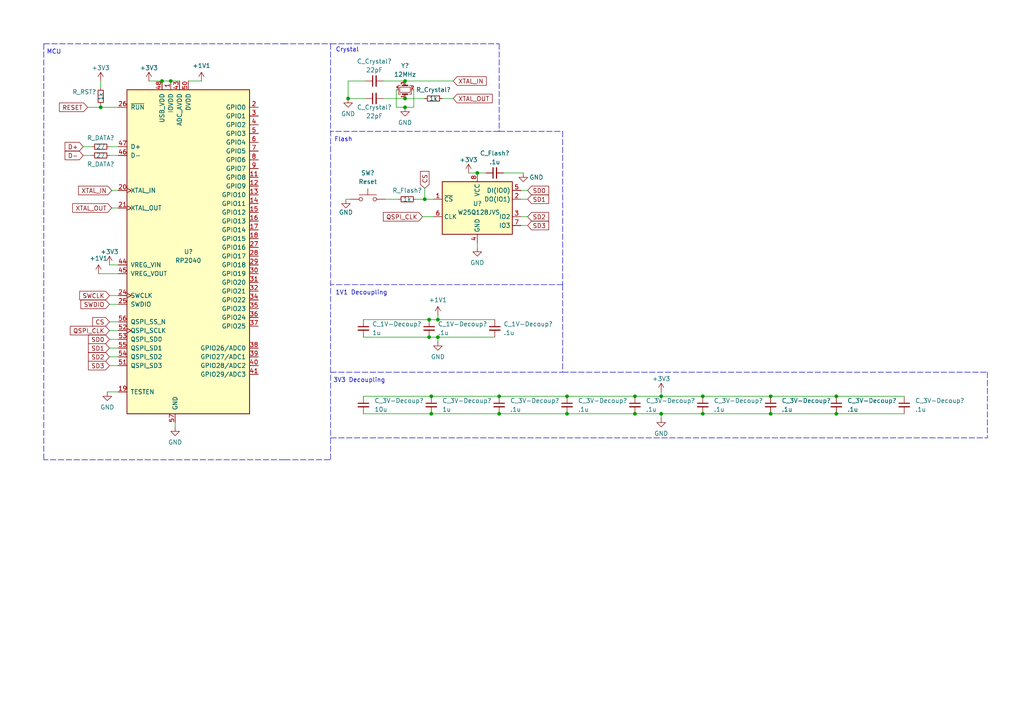
<source format=kicad_sch>
(kicad_sch (version 20211123) (generator eeschema)
  (paper "A4")
  (lib_symbols
    (symbol "Device:C_Small" (pin_numbers hide) (pin_names (offset 0.254) hide)
      (property "Reference" "C" (at 0.254 1.778 0))
      (property "Value" "C_Small" (at 0.254 -2.032 0))
      (symbol "C_Small_0_1"
        (polyline (pts (xy -1.524 -0.508) (xy 1.524 -0.508)) (stroke (width 0.3302)))
        (polyline (pts (xy -1.524 0.508) (xy 1.524 0.508)) (stroke (width 0.3048)))
      )
      (symbol "C_Small_1_1"
        (pin passive line (at 0 2.54 270) (length 2.032) (name "~") (number "1"))
        (pin passive line (at 0 -2.54 90) (length 2.032) (name "~") (number "2"))
      )
    )
    (symbol "Device:Crystal_GND24_Small" (pin_names (offset 1.016) hide)
      (property "Reference" "Y" (at 1.27 4.445 0))
      (property "Value" "Crystal_GND24_Small" (at 1.27 2.54 0))
      (symbol "Crystal_GND24_Small_0_1"
        (rectangle (start -0.762 -1.524) (end 0.762 1.524))
        (polyline (pts (xy -1.27 -0.762) (xy -1.27 0.762)) (stroke (width 0.381)))
        (polyline (pts (xy 1.27 -0.762) (xy 1.27 0.762)) (stroke (width 0.381)))
        (polyline (pts (xy -1.27 -1.27) (xy -1.27 -1.905) (xy 1.27 -1.905) (xy 1.27 -1.27)))
        (polyline (pts (xy -1.27 1.27) (xy -1.27 1.905) (xy 1.27 1.905) (xy 1.27 1.27)))
      )
      (symbol "Crystal_GND24_Small_1_1"
        (pin passive line (at -2.54 0 0) (length 1.27) (name "1") (number "1"))
        (pin passive line (at 0 -2.54 90) (length 0.635) (name "2") (number "2"))
        (pin passive line (at 2.54 0 180) (length 1.27) (name "3") (number "3"))
        (pin passive line (at 0 2.54 270) (length 0.635) (name "4") (number "4"))
      )
    )
    (symbol "Device:R_Small" (pin_numbers hide) (pin_names (offset 0.254) hide)
      (property "Reference" "R" (at 0.762 0.508 0))
      (property "Value" "R_Small" (at 0.762 -1.016 0))
      (symbol "R_Small_0_1"
        (rectangle (start -0.762 1.778) (end 0.762 -1.778) (stroke (width 0.2032)))
      )
      (symbol "R_Small_1_1"
        (pin passive line (at 0 2.54 270) (length 0.762) (name "~") (number "1"))
        (pin passive line (at 0 -2.54 90) (length 0.762) (name "~") (number "2"))
      )
    )
    (symbol "Memory_Flash:W25Q128JVS"
      (property "Reference" "U" (at -8.89 8.89 0))
      (property "Value" "W25Q128JVS" (at 7.62 8.89 0))
      (symbol "W25Q128JVS_0_1"
        (rectangle (start -10.16 7.62) (end 10.16 -7.62) (stroke (width 0.254)) (fill (type background)))
      )
      (symbol "W25Q128JVS_1_1"
        (pin input line (at -12.7 2.54 0) (length 2.54) (name "~{CS}") (number "1"))
        (pin bidirectional line (at 12.7 2.54 180) (length 2.54) (name "DO(IO1)") (number "2"))
        (pin bidirectional line (at 12.7 -2.54 180) (length 2.54) (name "IO2") (number "3"))
        (pin power_in line (at 0 -10.16 90) (length 2.54) (name "GND") (number "4"))
        (pin bidirectional line (at 12.7 5.08 180) (length 2.54) (name "DI(IO0)") (number "5"))
        (pin input line (at -12.7 -2.54 0) (length 2.54) (name "CLK") (number "6"))
        (pin bidirectional line (at 12.7 -5.08 180) (length 2.54) (name "IO3") (number "7"))
        (pin power_in line (at 0 10.16 270) (length 2.54) (name "VCC") (number "8"))
      )
    )
    (symbol "Switch:SW_Push" (pin_numbers hide) (pin_names (offset 1.016) hide)
      (property "Reference" "SW" (at 1.27 2.54 0))
      (property "Value" "SW_Push" (at 0 -1.524 0))
      (symbol "SW_Push_0_1"
        (circle (center -2.032 0) (radius 0.508))
        (polyline (pts (xy 0 1.27) (xy 0 3.048)))
        (polyline (pts (xy 2.54 1.27) (xy -2.54 1.27)))
        (circle (center 2.032 0) (radius 0.508))
        (pin passive line (at -5.08 0 0) (length 2.54) (name "1") (number "1"))
        (pin passive line (at 5.08 0 180) (length 2.54) (name "2") (number "2"))
      )
    )
    (symbol "cipulot_parts:RP2040" (pin_names (offset 1.016))
      (property "Reference" "U" (at 8.89 51.435 0))
      (property "Value" "RP2040" (at 8.89 48.895 0))
      (symbol "RP2040_0_0"
        (rectangle (start -17.78 -45.72) (end 17.78 48.26) (stroke (width 0.254)) (fill (type background)))
      )
      (symbol "RP2040_1_1"
        (pin power_in line (at -5.08 50.8 270) (length 2.54) (name "IOVDD") (number "1"))
        (pin power_in line (at -5.08 50.8 270) (length 2.54) hide (name "IOVDD") (number "10"))
        (pin input line (at 20.32 22.86 180) (length 2.54) (name "GPIO8") (number "11"))
        (pin input line (at 20.32 20.32 180) (length 2.54) (name "GPIO9") (number "12"))
        (pin input line (at 20.32 17.78 180) (length 2.54) (name "GPIO10") (number "13"))
        (pin input line (at 20.32 15.24 180) (length 2.54) (name "GPIO11") (number "14"))
        (pin input line (at 20.32 12.7 180) (length 2.54) (name "GPIO12") (number "15"))
        (pin input line (at 20.32 10.16 180) (length 2.54) (name "GPIO13") (number "16"))
        (pin input line (at 20.32 7.62 180) (length 2.54) (name "GPIO14") (number "17"))
        (pin input line (at 20.32 5.08 180) (length 2.54) (name "GPIO15") (number "18"))
        (pin input line (at -20.32 -39.37 0) (length 2.54) (name "TESTEN") (number "19"))
        (pin input line (at 20.32 43.18 180) (length 2.54) (name "GPIO0") (number "2"))
        (pin input clock (at -20.32 19.05 0) (length 2.54) (name "XTAL_IN") (number "20"))
        (pin input clock (at -20.32 13.97 0) (length 2.54) (name "XTAL_OUT") (number "21"))
        (pin power_in line (at -5.08 50.8 270) (length 2.54) hide (name "IOVDD") (number "22"))
        (pin power_in line (at 0 50.8 270) (length 2.54) hide (name "DVDD") (number "23"))
        (pin input clock (at -20.32 -11.43 0) (length 2.54) (name "SWCLK") (number "24"))
        (pin bidirectional line (at -20.32 -13.97 0) (length 2.54) (name "SWDIO") (number "25"))
        (pin input line (at -20.32 43.18 0) (length 2.54) (name "~{RUN}") (number "26"))
        (pin input line (at 20.32 2.54 180) (length 2.54) (name "GPIO16") (number "27"))
        (pin input line (at 20.32 0 180) (length 2.54) (name "GPIO17") (number "28"))
        (pin input line (at 20.32 -2.54 180) (length 2.54) (name "GPIO18") (number "29"))
        (pin input line (at 20.32 40.64 180) (length 2.54) (name "GPIO1") (number "3"))
        (pin input line (at 20.32 -5.08 180) (length 2.54) (name "GPIO19") (number "30"))
        (pin input line (at 20.32 -7.62 180) (length 2.54) (name "GPIO20") (number "31"))
        (pin input line (at 20.32 -10.16 180) (length 2.54) (name "GPIO21") (number "32"))
        (pin power_in line (at -5.08 50.8 270) (length 2.54) hide (name "IOVDD") (number "33"))
        (pin input line (at 20.32 -12.7 180) (length 2.54) (name "GPIO22") (number "34"))
        (pin input line (at 20.32 -15.24 180) (length 2.54) (name "GPIO23") (number "35"))
        (pin input line (at 20.32 -17.78 180) (length 2.54) (name "GPIO24") (number "36"))
        (pin input line (at 20.32 -20.32 180) (length 2.54) (name "GPIO25") (number "37"))
        (pin input line (at 20.32 -26.67 180) (length 2.54) (name "GPIO26/ADC0") (number "38"))
        (pin input line (at 20.32 -29.21 180) (length 2.54) (name "GPIO27/ADC1") (number "39"))
        (pin input line (at 20.32 38.1 180) (length 2.54) (name "GPIO2") (number "4"))
        (pin input line (at 20.32 -31.75 180) (length 2.54) (name "GPIO28/ADC2") (number "40"))
        (pin input line (at 20.32 -34.29 180) (length 2.54) (name "GPIO29/ADC3") (number "41"))
        (pin power_in line (at -5.08 50.8 270) (length 2.54) hide (name "IOVDD") (number "42"))
        (pin power_in line (at -2.54 50.8 270) (length 2.54) (name "ADC_AVDD") (number "43"))
        (pin power_in line (at -20.32 -2.54 0) (length 2.54) (name "VREG_VIN") (number "44"))
        (pin power_out line (at -20.32 -5.08 0) (length 2.54) (name "VREG_VOUT") (number "45"))
        (pin bidirectional line (at -20.32 29.21 0) (length 2.54) (name "D-") (number "46"))
        (pin bidirectional line (at -20.32 31.75 0) (length 2.54) (name "D+") (number "47"))
        (pin power_in line (at -7.62 50.8 270) (length 2.54) (name "USB_VDD") (number "48"))
        (pin power_in line (at -5.08 50.8 270) (length 2.54) hide (name "IOVDD") (number "49"))
        (pin input line (at 20.32 35.56 180) (length 2.54) (name "GPIO3") (number "5"))
        (pin power_in line (at 0 50.8 270) (length 2.54) (name "DVDD") (number "50"))
        (pin bidirectional line (at -20.32 -31.75 0) (length 2.54) (name "QSPI_SD3") (number "51"))
        (pin input clock (at -20.32 -21.59 0) (length 2.54) (name "QSPI_SCLK") (number "52"))
        (pin bidirectional line (at -20.32 -24.13 0) (length 2.54) (name "QSPI_SD0") (number "53"))
        (pin bidirectional line (at -20.32 -29.21 0) (length 2.54) (name "QSPI_SD2") (number "54"))
        (pin bidirectional line (at -20.32 -26.67 0) (length 2.54) (name "QSPI_SD1") (number "55"))
        (pin bidirectional line (at -20.32 -19.05 0) (length 2.54) (name "QSPI_SS_N") (number "56"))
        (pin power_in line (at -3.81 -48.26 90) (length 2.54) (name "GND") (number "57"))
        (pin input line (at 20.32 33.02 180) (length 2.54) (name "GPIO4") (number "6"))
        (pin input line (at 20.32 30.48 180) (length 2.54) (name "GPIO5") (number "7"))
        (pin input line (at 20.32 27.94 180) (length 2.54) (name "GPIO6") (number "8"))
        (pin input line (at 20.32 25.4 180) (length 2.54) (name "GPIO7") (number "9"))
      )
    )
    (symbol "power:+1V1" (power) (pin_names (offset 0))
      (property "Value" "+1V1" (at 0 3.556 0))
      (symbol "+1V1_0_1"
        (polyline (pts (xy -0.762 1.27) (xy 0 2.54)))
        (polyline (pts (xy 0 0) (xy 0 2.54)))
        (polyline (pts (xy 0 2.54) (xy 0.762 1.27)))
      )
      (symbol "+1V1_1_1"
        (pin power_in line (at 0 0 90) (length 0) hide (name "+1V1") (number "1"))
      )
    )
    (symbol "power:+3V3" (power) (pin_names (offset 0))
      (property "Value" "+3V3" (at 0 3.556 0))
      (symbol "+3V3_0_1"
        (polyline (pts (xy -0.762 1.27) (xy 0 2.54)))
        (polyline (pts (xy 0 0) (xy 0 2.54)))
        (polyline (pts (xy 0 2.54) (xy 0.762 1.27)))
      )
      (symbol "+3V3_1_1"
        (pin power_in line (at 0 0 90) (length 0) hide (name "+3V3") (number "1"))
      )
    )
    (symbol "power:GND" (power) (pin_names (offset 0))
      (property "Value" "GND" (at 0 -3.81 0))
      (symbol "GND_0_1"
        (polyline (pts (xy 0 0) (xy 0 -1.27) (xy 1.27 -1.27) (xy 0 -2.54) (xy -1.27 -1.27) (xy 0 -1.27)))
      )
      (symbol "GND_1_1"
        (pin power_in line (at 0 0 270) (length 0) hide (name "GND") (number "1"))
      )
    )
  )
  (junction (at 46.99 23.495))
  (junction (at 242.57 114.935))
  (junction (at 203.835 114.935))
  (junction (at 100.965 28.575))
  (junction (at 184.15 120.015))
  (junction (at 223.52 114.935))
  (junction (at 117.475 28.575))
  (junction (at 164.465 120.015))
  (junction (at 191.77 120.015))
  (junction (at 223.52 120.015))
  (junction (at 127 97.79))
  (junction (at 125.095 114.935))
  (junction (at 138.43 50.165))
  (junction (at 29.21 31.115))
  (junction (at 144.78 120.015))
  (junction (at 124.46 92.71))
  (junction (at 203.835 120.015))
  (junction (at 125.095 120.015))
  (junction (at 123.19 57.785))
  (junction (at 164.465 114.935))
  (junction (at 144.78 114.935))
  (junction (at 127 92.71))
  (junction (at 49.53 23.495))
  (junction (at 124.46 97.79))
  (junction (at 184.15 114.935))
  (junction (at 117.475 31.115))
  (junction (at 117.475 23.495))
  (junction (at 191.77 114.935))
  (junction (at 242.57 120.015))
  (wire (pts (xy 127 97.79) (xy 143.51 97.79)))
  (polyline (pts (xy 163.195 38.1) (xy 163.195 82.55)))
  (wire (pts (xy 114.935 31.115) (xy 117.475 31.115)))
  (wire (pts (xy 184.15 120.015) (xy 191.77 120.015)))
  (wire (pts (xy 32.385 55.245) (xy 34.29 55.245)))
  (wire (pts (xy 29.21 23.495) (xy 29.21 25.4)))
  (wire (pts (xy 46.99 23.495) (xy 49.53 23.495)))
  (wire (pts (xy 31.115 113.665) (xy 34.29 113.665)))
  (wire (pts (xy 31.75 45.085) (xy 34.29 45.085)))
  (wire (pts (xy 122.555 62.865) (xy 125.73 62.865)))
  (wire (pts (xy 151.13 55.245) (xy 153.035 55.245)))
  (wire (pts (xy 31.75 42.545) (xy 34.29 42.545)))
  (wire (pts (xy 191.77 121.285) (xy 191.77 120.015)))
  (wire (pts (xy 25.4 31.115) (xy 29.21 31.115)))
  (wire (pts (xy 146.05 50.165) (xy 151.765 50.165)))
  (polyline (pts (xy 81.915 12.7) (xy 95.885 12.7)))
  (polyline (pts (xy 163.195 82.55) (xy 163.195 107.95)))
  (wire (pts (xy 54.61 23.495) (xy 58.42 23.495)))
  (wire (pts (xy 31.75 88.265) (xy 34.29 88.265)))
  (wire (pts (xy 31.75 106.045) (xy 34.29 106.045)))
  (wire (pts (xy 127 91.44) (xy 127 92.71)))
  (wire (pts (xy 114.935 26.035) (xy 114.935 31.115)))
  (wire (pts (xy 151.13 65.405) (xy 153.035 65.405)))
  (wire (pts (xy 144.78 114.935) (xy 164.465 114.935)))
  (wire (pts (xy 144.78 120.015) (xy 164.465 120.015)))
  (wire (pts (xy 117.475 28.575) (xy 123.19 28.575)))
  (wire (pts (xy 31.75 76.835) (xy 34.29 76.835)))
  (polyline (pts (xy 82.55 133.35) (xy 95.885 133.35)))
  (wire (pts (xy 105.41 120.015) (xy 125.095 120.015)))
  (wire (pts (xy 100.965 23.495) (xy 106.045 23.495)))
  (wire (pts (xy 123.19 57.785) (xy 125.73 57.785)))
  (wire (pts (xy 24.13 42.545) (xy 26.67 42.545)))
  (wire (pts (xy 127 97.79) (xy 127 99.06)))
  (wire (pts (xy 138.43 50.165) (xy 140.97 50.165)))
  (wire (pts (xy 28.575 79.375) (xy 34.29 79.375)))
  (wire (pts (xy 203.835 114.935) (xy 223.52 114.935)))
  (wire (pts (xy 191.77 120.015) (xy 203.835 120.015)))
  (wire (pts (xy 120.65 57.785) (xy 123.19 57.785)))
  (polyline (pts (xy 95.885 127) (xy 286.385 127)))
  (wire (pts (xy 31.75 100.965) (xy 34.29 100.965)))
  (wire (pts (xy 31.75 98.425) (xy 34.29 98.425)))
  (wire (pts (xy 111.125 23.495) (xy 117.475 23.495)))
  (wire (pts (xy 29.21 31.115) (xy 34.29 31.115)))
  (wire (pts (xy 29.21 30.48) (xy 29.21 31.115)))
  (wire (pts (xy 49.53 23.495) (xy 52.07 23.495)))
  (wire (pts (xy 31.75 95.885) (xy 34.29 95.885)))
  (polyline (pts (xy 82.55 133.35) (xy 12.7 133.35)))
  (wire (pts (xy 127 92.71) (xy 143.51 92.71)))
  (wire (pts (xy 223.52 120.015) (xy 242.57 120.015)))
  (wire (pts (xy 128.27 28.575) (xy 131.445 28.575)))
  (wire (pts (xy 100.965 28.575) (xy 106.045 28.575)))
  (wire (pts (xy 223.52 114.935) (xy 242.57 114.935)))
  (wire (pts (xy 242.57 120.015) (xy 262.255 120.015)))
  (wire (pts (xy 164.465 114.935) (xy 184.15 114.935)))
  (wire (pts (xy 105.41 114.935) (xy 125.095 114.935)))
  (wire (pts (xy 111.125 28.575) (xy 117.475 28.575)))
  (wire (pts (xy 31.75 103.505) (xy 34.29 103.505)))
  (wire (pts (xy 120.015 26.035) (xy 120.015 31.115)))
  (wire (pts (xy 123.19 54.61) (xy 123.19 57.785)))
  (wire (pts (xy 111.76 57.785) (xy 115.57 57.785)))
  (wire (pts (xy 50.8 122.555) (xy 50.8 123.825)))
  (wire (pts (xy 164.465 120.015) (xy 184.15 120.015)))
  (wire (pts (xy 31.75 85.725) (xy 34.29 85.725)))
  (wire (pts (xy 125.095 120.015) (xy 144.78 120.015)))
  (polyline (pts (xy 286.385 107.95) (xy 286.385 127)))
  (polyline (pts (xy 12.7 12.7) (xy 82.55 12.7)))
  (polyline (pts (xy 144.78 12.7) (xy 144.78 38.1)))
  (polyline (pts (xy 144.78 38.1) (xy 163.195 38.1)))
  (polyline (pts (xy 95.885 107.95) (xy 163.195 107.95)))
  (polyline (pts (xy 95.885 12.7) (xy 95.885 133.35)))
  (wire (pts (xy 105.41 92.71) (xy 124.46 92.71)))
  (polyline (pts (xy 144.78 38.1) (xy 95.885 38.1)))
  (wire (pts (xy 100.965 28.575) (xy 100.965 23.495)))
  (wire (pts (xy 31.75 93.345) (xy 34.29 93.345)))
  (wire (pts (xy 191.77 114.935) (xy 203.835 114.935)))
  (wire (pts (xy 203.835 120.015) (xy 223.52 120.015)))
  (wire (pts (xy 184.15 114.935) (xy 191.77 114.935)))
  (polyline (pts (xy 95.885 12.7) (xy 144.78 12.7)))
  (wire (pts (xy 151.13 57.785) (xy 153.035 57.785)))
  (wire (pts (xy 135.89 50.165) (xy 138.43 50.165)))
  (wire (pts (xy 125.095 114.935) (xy 144.78 114.935)))
  (wire (pts (xy 43.18 23.495) (xy 46.99 23.495)))
  (polyline (pts (xy 12.7 12.7) (xy 12.7 133.35)))
  (wire (pts (xy 100.33 57.785) (xy 101.6 57.785)))
  (wire (pts (xy 124.46 92.71) (xy 127 92.71)))
  (wire (pts (xy 32.385 60.325) (xy 34.29 60.325)))
  (wire (pts (xy 120.015 31.115) (xy 117.475 31.115)))
  (wire (pts (xy 117.475 23.495) (xy 131.445 23.495)))
  (polyline (pts (xy 163.195 82.55) (xy 95.885 82.55)))
  (wire (pts (xy 105.41 97.79) (xy 124.46 97.79)))
  (polyline (pts (xy 163.195 107.95) (xy 286.385 107.95)))
  (wire (pts (xy 124.46 97.79) (xy 127 97.79)))
  (wire (pts (xy 138.43 70.485) (xy 138.43 71.755)))
  (wire (pts (xy 191.77 113.665) (xy 191.77 114.935)))
  (wire (pts (xy 151.13 62.865) (xy 153.035 62.865)))
  (wire (pts (xy 24.13 45.085) (xy 26.67 45.085)))
  (wire (pts (xy 242.57 114.935) (xy 262.255 114.935)))
  (text "1V1 Decoupling" (at 112.395 85.725 180) (effects (font (size 1.27 1.27)) (justify right bottom)))
  (text "Flash\n" (at 102.235 41.275 180) (effects (font (size 1.27 1.27)) (justify right bottom)))
  (text "3V3 Decoupling" (at 111.76 111.125 180) (effects (font (size 1.27 1.27)) (justify right bottom)))
  (text "Crystal\n" (at 104.14 15.24 180) (effects (font (size 1.27 1.27)) (justify right bottom)))
  (text "MCU\n" (at 17.78 15.875 180) (effects (font (size 1.27 1.27)) (justify right bottom)))
  (global_label "XTAL_IN" (shape input) (at 131.445 23.495 0) (property "Intersheet References" "${INTERSHEET_REFS}" (effects hide)))
  (global_label "D-" (shape input) (at 24.13 45.085 180) (property "Intersheet References" "${INTERSHEET_REFS}" (effects hide)))
  (global_label "CS" (shape input) (at 31.75 93.345 180) (property "Intersheet References" "${INTERSHEET_REFS}" (effects hide)))
  (global_label "SD2" (shape input) (at 31.75 103.505 180) (property "Intersheet References" "${INTERSHEET_REFS}" (effects hide)))
  (global_label "QSPI_CLK" (shape input) (at 31.75 95.885 180) (property "Intersheet References" "${INTERSHEET_REFS}" (effects hide)))
  (global_label "RESET" (shape input) (at 25.4 31.115 180) (property "Intersheet References" "${INTERSHEET_REFS}" (effects hide)))
  (global_label "XTAL_IN" (shape input) (at 32.385 55.245 180) (property "Intersheet References" "${INTERSHEET_REFS}" (effects hide)))
  (global_label "XTAL_OUT" (shape input) (at 131.445 28.575 0) (property "Intersheet References" "${INTERSHEET_REFS}" (effects hide)))
  (global_label "SD1" (shape input) (at 31.75 100.965 180) (property "Intersheet References" "${INTERSHEET_REFS}" (effects hide)))
  (global_label "XTAL_OUT" (shape input) (at 32.385 60.325 180) (property "Intersheet References" "${INTERSHEET_REFS}" (effects hide)))
  (global_label "SD1" (shape input) (at 153.035 57.785 0) (property "Intersheet References" "${INTERSHEET_REFS}" (effects hide)))
  (global_label "SWDIO" (shape input) (at 31.75 88.265 180) (property "Intersheet References" "${INTERSHEET_REFS}" (effects hide)))
  (global_label "D+" (shape input) (at 24.13 42.545 180) (property "Intersheet References" "${INTERSHEET_REFS}" (effects hide)))
  (global_label "SD0" (shape input) (at 31.75 98.425 180) (property "Intersheet References" "${INTERSHEET_REFS}" (effects hide)))
  (global_label "QSPI_CLK" (shape input) (at 122.555 62.865 180) (property "Intersheet References" "${INTERSHEET_REFS}" (effects hide)))
  (global_label "SD3" (shape input) (at 31.75 106.045 180) (property "Intersheet References" "${INTERSHEET_REFS}" (effects hide)))
  (global_label "SD3" (shape input) (at 153.035 65.405 0) (property "Intersheet References" "${INTERSHEET_REFS}" (effects hide)))
  (global_label "SD0" (shape input) (at 153.035 55.245 0) (property "Intersheet References" "${INTERSHEET_REFS}" (effects hide)))
  (global_label "SWCLK" (shape input) (at 31.75 85.725 180) (property "Intersheet References" "${INTERSHEET_REFS}" (effects hide)))
  (global_label "SD2" (shape input) (at 153.035 62.865 0) (property "Intersheet References" "${INTERSHEET_REFS}" (effects hide)))
  (global_label "CS" (shape input) (at 123.19 54.61 90) (property "Intersheet References" "${INTERSHEET_REFS}" (effects hide)))
  (symbol (lib_id "Device:C_Small") (at 143.51 50.165 90) (unit 1)
    (property "Reference" "C_Flash?" (at 143.51 44.45 90))
    (property "Value" ".1u" (at 143.51 46.99 90))
    (property "Footprint" "Capacitor_SMD:C_0402_1005Metric" (effects hide))
  )
  (symbol (lib_id "Device:C_Small") (at 108.585 28.575 90) (unit 1)
    (property "Reference" "C_Crystal?" (at 108.585 31.115 90))
    (property "Value" "22pF" (at 108.585 33.655 90))
    (property "Footprint" "Capacitor_SMD:C_0402_1005Metric" (effects hide))
  )
  (symbol (lib_id "Device:C_Small") (at 203.835 117.475 0) (unit 1)
    (property "Reference" "C_3V-Decoup?" (at 207.01 116.2112 0) (effects (justify left)))
    (property "Value" ".1u" (at 207.01 118.7512 0) (effects (justify left)))
    (property "Footprint" "Capacitor_SMD:C_0402_1005Metric" (effects hide))
  )
  (symbol (lib_id "power:GND") (at 117.475 31.115 0) (unit 1)
    (property "Reference" "#PWR?" (effects hide))
    (property "Value" "GND" (at 117.475 35.56 0))
  )
  (symbol (lib_id "Device:C_Small") (at 223.52 117.475 0) (unit 1)
    (property "Reference" "C_3V-Decoup?" (at 226.695 116.2112 0) (effects (justify left)))
    (property "Value" ".1u" (at 226.695 118.7512 0) (effects (justify left)))
    (property "Footprint" "Capacitor_SMD:C_0402_1005Metric" (effects hide))
  )
  (symbol (lib_id "Device:C_Small") (at 143.51 95.25 0) (unit 1)
    (property "Reference" "C_1V-Decoup?" (at 146.05 93.9862 0) (effects (justify left)))
    (property "Value" ".1u" (at 146.05 96.5262 0) (effects (justify left)))
    (property "Footprint" "Capacitor_SMD:C_0402_1005Metric" (effects hide))
  )
  (symbol (lib_id "power:GND") (at 127 99.06 0) (unit 1)
    (property "Reference" "#PWR?" (effects hide))
    (property "Value" "GND" (at 127 103.505 0))
  )
  (symbol (lib_id "Device:C_Small") (at 124.46 95.25 0) (unit 1)
    (property "Reference" "C_1V-Decoup?" (at 127 93.9862 0) (effects (justify left)))
    (property "Value" ".1u" (at 127 96.5262 0) (effects (justify left)))
    (property "Footprint" "Capacitor_SMD:C_0402_1005Metric" (effects hide))
  )
  (symbol (lib_id "power:GND") (at 50.8 123.825 0) (unit 1)
    (property "Reference" "#PWR?" (effects hide))
    (property "Value" "GND" (at 50.8 128.27 0))
  )
  (symbol (lib_id "Switch:SW_Push") (at 106.68 57.785 0) (unit 1)
    (property "Reference" "SW?" (at 106.68 50.165 0))
    (property "Value" "Reset" (at 106.68 52.705 0))
    (property "Footprint" "Connector_PinHeader_1.27mm:PinHeader_1x02_P1.27mm_Vertical" (effects hide))
  )
  (symbol (lib_id "Device:R_Small") (at 118.11 57.785 90) (unit 1)
    (property "Reference" "R_Flash?" (at 118.11 55.245 90))
    (property "Value" "1k" (at 118.11 57.785 90))
    (property "Footprint" "Resistor_SMD:R_0402_1005Metric" (effects hide))
  )
  (symbol (lib_id "power:GND") (at 100.33 57.785 0) (unit 1)
    (property "Reference" "#PWR?" (effects hide))
    (property "Value" "GND" (at 100.33 61.595 0))
  )
  (symbol (lib_id "Device:C_Small") (at 144.78 117.475 0) (unit 1)
    (property "Reference" "C_3V-Decoup?" (at 147.955 116.2112 0) (effects (justify left)))
    (property "Value" ".1u" (at 147.955 118.7512 0) (effects (justify left)))
    (property "Footprint" "Capacitor_SMD:C_0402_1005Metric" (effects hide))
  )
  (symbol (lib_id "power:+1V1") (at 58.42 23.495 0) (unit 1)
    (property "Reference" "#PWR?" (effects hide))
    (property "Value" "+1V1" (at 58.42 19.05 0))
  )
  (symbol (lib_id "Device:Crystal_GND24_Small") (at 117.475 26.035 90) (unit 1)
    (property "Reference" "Y?" (at 117.475 19.05 90))
    (property "Value" "12MHz" (at 117.475 21.59 90))
    (property "Footprint" "Crystal:Crystal_SMD_3225-4Pin_3.2x2.5mm" (effects hide))
  )
  (symbol (lib_id "Device:C_Small") (at 262.255 117.475 0) (unit 1)
    (property "Reference" "C_3V-Decoup?" (at 265.43 116.2112 0) (effects (justify left)))
    (property "Value" ".1u" (at 265.43 118.7512 0) (effects (justify left)))
    (property "Footprint" "Capacitor_SMD:C_0402_1005Metric" (effects hide))
  )
  (symbol (lib_id "power:+3V3") (at 29.21 23.495 0) (unit 1)
    (property "Reference" "#PWR?" (effects hide))
    (property "Value" "+3V3" (at 29.21 19.685 0))
  )
  (symbol (lib_id "power:GND") (at 191.77 121.285 0) (unit 1)
    (property "Reference" "#PWR?" (effects hide))
    (property "Value" "GND" (at 191.77 125.73 0))
  )
  (symbol (lib_id "Device:R_Small") (at 125.73 28.575 90) (unit 1)
    (property "Reference" "R_Crystal?" (at 125.73 26.035 90))
    (property "Value" "1k" (at 125.73 28.575 90))
    (property "Footprint" "Resistor_SMD:R_0402_1005Metric" (effects hide))
  )
  (symbol (lib_id "power:GND") (at 151.765 50.165 0) (unit 1)
    (property "Reference" "#PWR?" (effects hide))
    (property "Value" "GND" (at 155.575 51.435 0))
  )
  (symbol (lib_id "Device:C_Small") (at 184.15 117.475 0) (unit 1)
    (property "Reference" "C_3V-Decoup?" (at 187.325 116.2112 0) (effects (justify left)))
    (property "Value" ".1u" (at 187.325 118.7512 0) (effects (justify left)))
    (property "Footprint" "Capacitor_SMD:C_0402_1005Metric" (effects hide))
  )
  (symbol (lib_id "Device:R_Small") (at 29.21 27.94 0) (unit 1)
    (property "Reference" "R_RST?" (at 20.955 26.67 0) (effects (justify left)))
    (property "Value" "1k" (at 29.21 29.21 90) (effects (justify left)))
    (property "Footprint" "Resistor_SMD:R_0402_1005Metric" (effects hide))
  )
  (symbol (lib_id "Memory_Flash:W25Q128JVS") (at 138.43 60.325 0) (unit 1)
    (property "Reference" "U?" (at 137.16 59.055 0) (effects (justify left)))
    (property "Value" "W25Q128JVS" (at 132.715 61.595 0) (effects (justify left)))
    (property "Footprint" "Package_SO:SOIC-8_5.23x5.23mm_P1.27mm" (effects hide))
    (property "Datasheet" "http://www.winbond.com/resource-files/w25q128jv_dtr%20revc%2003272018%20plus.pdf" (effects hide))
  )
  (symbol (lib_id "power:GND") (at 100.965 28.575 0) (unit 1)
    (property "Reference" "#PWR?" (effects hide))
    (property "Value" "GND" (at 100.965 33.02 0))
  )
  (symbol (lib_id "Device:R_Small") (at 29.21 45.085 90) (unit 1)
    (property "Reference" "R_DATA?" (at 29.21 47.625 90))
    (property "Value" "27" (at 29.21 45.085 90))
    (property "Footprint" "Resistor_SMD:R_0402_1005Metric" (effects hide))
  )
  (symbol (lib_id "Device:C_Small") (at 105.41 117.475 0) (unit 1)
    (property "Reference" "C_3V-Decoup?" (at 108.585 116.2112 0) (effects (justify left)))
    (property "Value" "10u" (at 108.585 118.7512 0) (effects (justify left)))
    (property "Footprint" "Capacitor_SMD:C_0402_1005Metric" (effects hide))
  )
  (symbol (lib_id "power:GND") (at 31.115 113.665 0) (unit 1)
    (property "Reference" "#PWR?" (effects hide))
    (property "Value" "GND" (at 31.115 118.11 0))
  )
  (symbol (lib_id "Device:R_Small") (at 29.21 42.545 90) (unit 1)
    (property "Reference" "R_DATA?" (at 29.21 40.005 90))
    (property "Value" "27" (at 29.21 42.545 90))
    (property "Footprint" "Resistor_SMD:R_0402_1005Metric" (effects hide))
  )
  (symbol (lib_id "Device:C_Small") (at 108.585 23.495 90) (unit 1)
    (property "Reference" "C_Crystal?" (at 108.585 17.78 90))
    (property "Value" "22pF" (at 108.585 20.32 90))
    (property "Footprint" "Capacitor_SMD:C_0402_1005Metric" (effects hide))
  )
  (symbol (lib_id "power:GND") (at 138.43 71.755 0) (unit 1)
    (property "Reference" "#PWR?" (effects hide))
    (property "Value" "GND" (at 138.43 76.2 0))
  )
  (symbol (lib_id "power:+1V1") (at 127 91.44 0) (unit 1)
    (property "Reference" "#PWR?" (effects hide))
    (property "Value" "+1V1" (at 127 86.995 0))
  )
  (symbol (lib_id "Device:C_Small") (at 105.41 95.25 0) (unit 1)
    (property "Reference" "C_1V-Decoup?" (at 107.95 93.9862 0) (effects (justify left)))
    (property "Value" "1u" (at 107.95 96.5262 0) (effects (justify left)))
    (property "Footprint" "Capacitor_SMD:C_0402_1005Metric" (effects hide))
  )
  (symbol (lib_id "power:+1V1") (at 28.575 79.375 0) (unit 1)
    (property "Reference" "#PWR?" (effects hide))
    (property "Value" "+1V1" (at 28.575 74.93 0))
  )
  (symbol (lib_id "Device:C_Small") (at 242.57 117.475 0) (unit 1)
    (property "Reference" "C_3V-Decoup?" (at 245.745 116.2112 0) (effects (justify left)))
    (property "Value" ".1u" (at 245.745 118.7512 0) (effects (justify left)))
    (property "Footprint" "Capacitor_SMD:C_0402_1005Metric" (effects hide))
  )
  (symbol (lib_id "Device:C_Small") (at 164.465 117.475 0) (unit 1)
    (property "Reference" "C_3V-Decoup?" (at 167.64 116.2112 0) (effects (justify left)))
    (property "Value" ".1u" (at 167.64 118.7512 0) (effects (justify left)))
    (property "Footprint" "Capacitor_SMD:C_0402_1005Metric" (effects hide))
  )
  (symbol (lib_id "power:+3V3") (at 31.75 76.835 0) (unit 1)
    (property "Reference" "#PWR?" (effects hide))
    (property "Value" "+3V3" (at 31.75 73.025 0))
  )
  (symbol (lib_id "cipulot_parts:RP2040") (at 54.61 74.295 0) (unit 1)
    (property "Reference" "U?" (at 53.34 73.025 0) (effects (justify left)))
    (property "Value" "RP2040" (at 50.8 75.565 0) (effects (justify left)))
    (property "Footprint" "cipulot_parts:RP2040-QFN-56" (effects hide))
    (property "Datasheet" "https://datasheets.raspberrypi.com/rp2040/rp2040-datasheet.pdf" (effects hide))
  )
  (symbol (lib_id "power:+3V3") (at 43.18 23.495 0) (unit 1)
    (property "Reference" "#PWR?" (effects hide))
    (property "Value" "+3V3" (at 43.18 19.685 0))
  )
  (symbol (lib_id "Device:C_Small") (at 125.095 117.475 0) (unit 1)
    (property "Reference" "C_3V-Decoup?" (at 128.27 116.2112 0) (effects (justify left)))
    (property "Value" "1u" (at 128.27 118.7512 0) (effects (justify left)))
    (property "Footprint" "Capacitor_SMD:C_0402_1005Metric" (effects hide))
  )
  (symbol (lib_id "power:+3V3") (at 135.89 50.165 0) (unit 1)
    (property "Reference" "#PWR?" (effects hide))
    (property "Value" "+3V3" (at 135.89 46.355 0))
  )
  (symbol (lib_id "power:+3V3") (at 191.77 113.665 0) (unit 1)
    (property "Reference" "#PWR?" (effects hide))
    (property "Value" "+3V3" (at 191.77 109.855 0))
  )
)
</source>
